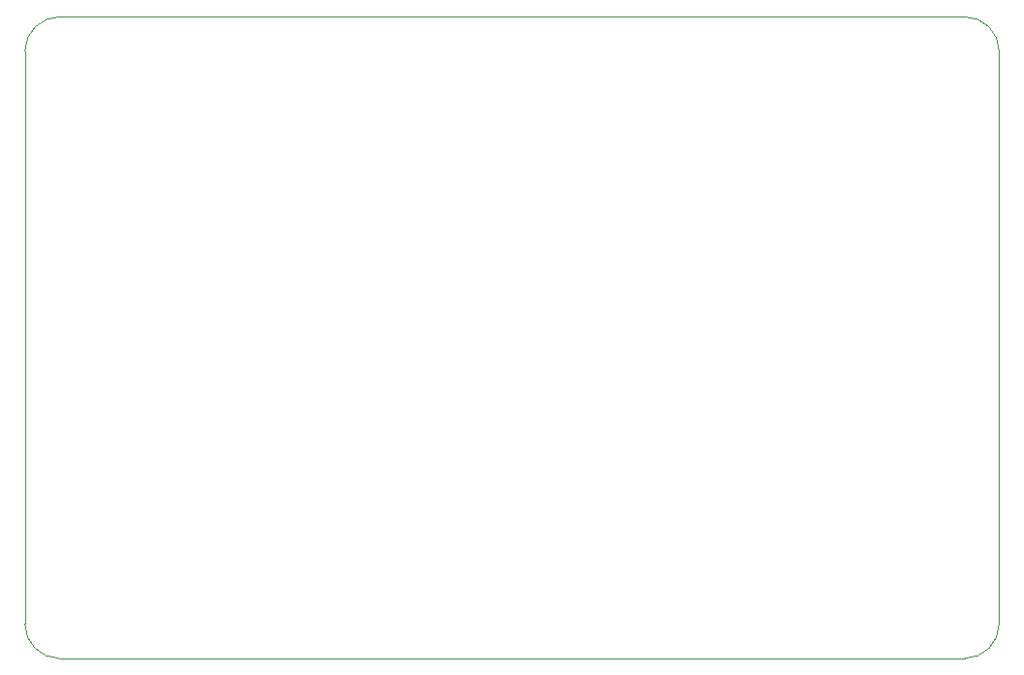
<source format=gtp>
G04 #@! TF.GenerationSoftware,KiCad,Pcbnew,6.0.0-d3dd2cf0fa~116~ubuntu21.04.1*
G04 #@! TF.CreationDate,2022-03-07T16:35:49+01:00*
G04 #@! TF.ProjectId,PiRogue-RPi-hat,5069526f-6775-4652-9d52-50692d686174,rev?*
G04 #@! TF.SameCoordinates,PX4efbba0PY7d37aa0*
G04 #@! TF.FileFunction,Paste,Top*
G04 #@! TF.FilePolarity,Positive*
%FSLAX46Y46*%
G04 Gerber Fmt 4.6, Leading zero omitted, Abs format (unit mm)*
G04 Created by KiCad (PCBNEW 6.0.0-d3dd2cf0fa~116~ubuntu21.04.1) date 2022-03-07 16:35:49*
%MOMM*%
%LPD*%
G01*
G04 APERTURE LIST*
G04 #@! TA.AperFunction,Profile*
%ADD10C,0.100000*%
G04 #@! TD*
G04 APERTURE END LIST*
D10*
X82006356Y-56057611D02*
G75*
G03*
X85006356Y-53057611I-1J3000001D01*
G01*
X85006356Y-53057611D02*
X85006356Y-3057611D01*
X85006356Y-3057611D02*
G75*
G03*
X82006356Y-57611I-3000001J-1D01*
G01*
X82006356Y-57611D02*
X3026356Y-57611D01*
X26356Y-53057611D02*
G75*
G03*
X3026356Y-56057611I3000001J1D01*
G01*
X3026356Y-56057611D02*
X82006356Y-56057611D01*
X26356Y-3057611D02*
X26356Y-53057611D01*
X3026356Y-57611D02*
G75*
G03*
X26356Y-3057611I1J-3000001D01*
G01*
M02*

</source>
